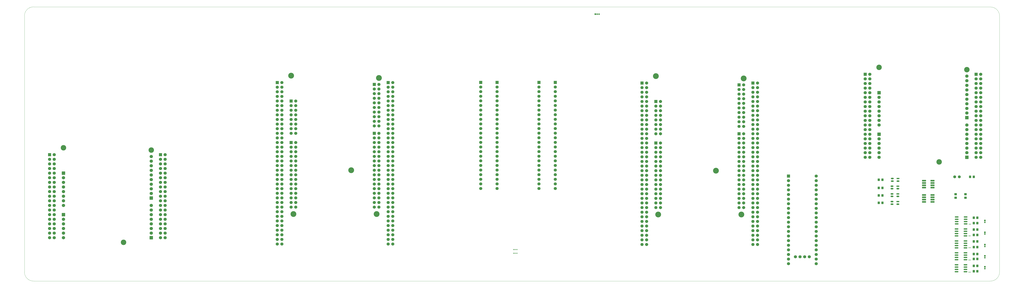
<source format=gbr>
%TF.GenerationSoftware,KiCad,Pcbnew,9.0.0+dfsg-1*%
%TF.CreationDate,2025-06-19T19:52:37-07:00*%
%TF.ProjectId,signalmesh,7369676e-616c-46d6-9573-682e6b696361,rev?*%
%TF.SameCoordinates,Original*%
%TF.FileFunction,Soldermask,Top*%
%TF.FilePolarity,Negative*%
%FSLAX46Y46*%
G04 Gerber Fmt 4.6, Leading zero omitted, Abs format (unit mm)*
G04 Created by KiCad (PCBNEW 9.0.0+dfsg-1) date 2025-06-19 19:52:37*
%MOMM*%
%LPD*%
G01*
G04 APERTURE LIST*
G04 Aperture macros list*
%AMRoundRect*
0 Rectangle with rounded corners*
0 $1 Rounding radius*
0 $2 $3 $4 $5 $6 $7 $8 $9 X,Y pos of 4 corners*
0 Add a 4 corners polygon primitive as box body*
4,1,4,$2,$3,$4,$5,$6,$7,$8,$9,$2,$3,0*
0 Add four circle primitives for the rounded corners*
1,1,$1+$1,$2,$3*
1,1,$1+$1,$4,$5*
1,1,$1+$1,$6,$7*
1,1,$1+$1,$8,$9*
0 Add four rect primitives between the rounded corners*
20,1,$1+$1,$2,$3,$4,$5,0*
20,1,$1+$1,$4,$5,$6,$7,0*
20,1,$1+$1,$6,$7,$8,$9,0*
20,1,$1+$1,$8,$9,$2,$3,0*%
G04 Aperture macros list end*
%ADD10RoundRect,0.250000X0.450000X-0.350000X0.450000X0.350000X-0.450000X0.350000X-0.450000X-0.350000X0*%
%ADD11RoundRect,0.100000X-0.130000X-0.100000X0.130000X-0.100000X0.130000X0.100000X-0.130000X0.100000X0*%
%ADD12RoundRect,0.250000X-0.350000X-0.450000X0.350000X-0.450000X0.350000X0.450000X-0.350000X0.450000X0*%
%ADD13RoundRect,0.150000X-0.825000X-0.150000X0.825000X-0.150000X0.825000X0.150000X-0.825000X0.150000X0*%
%ADD14C,1.600000*%
%ADD15C,0.850000*%
%ADD16R,0.850000X0.850000*%
%ADD17RoundRect,0.102000X-0.990600X-0.279400X0.990600X-0.279400X0.990600X0.279400X-0.990600X0.279400X0*%
%ADD18RoundRect,0.250000X0.350000X0.450000X-0.350000X0.450000X-0.350000X-0.450000X0.350000X-0.450000X0*%
%ADD19C,1.700000*%
%ADD20R,1.700000X1.700000*%
%ADD21R,1.600000X0.800000*%
%ADD22O,1.600000X0.800000*%
%ADD23C,3.200000*%
%ADD24RoundRect,0.102000X-0.754000X-0.754000X0.754000X-0.754000X0.754000X0.754000X-0.754000X0.754000X0*%
%ADD25C,1.712000*%
%ADD26R,0.350000X0.500000*%
%ADD27C,3.000000*%
%ADD28RoundRect,0.102000X-0.802500X-0.802500X0.802500X-0.802500X0.802500X0.802500X-0.802500X0.802500X0*%
%ADD29C,1.809000*%
%ADD30RoundRect,0.102000X-0.765000X-0.765000X0.765000X-0.765000X0.765000X0.765000X-0.765000X0.765000X0*%
%ADD31C,1.734000*%
%TA.AperFunction,Profile*%
%ADD32C,0.050000*%
%TD*%
G04 APERTURE END LIST*
D10*
%TO.C,R12*%
X546460000Y-153000000D03*
X546460000Y-155000000D03*
%TD*%
D11*
%TO.C,C3*%
X549045000Y-182500000D03*
X548405000Y-182500000D03*
%TD*%
D12*
%TO.C,R20*%
X553000000Y-172550000D03*
X551000000Y-172550000D03*
%TD*%
D13*
%TO.C,U11*%
X546475000Y-178750000D03*
X546475000Y-180020000D03*
X546475000Y-181290000D03*
X546475000Y-182560000D03*
X541525000Y-182560000D03*
X541525000Y-181290000D03*
X541525000Y-180020000D03*
X541525000Y-178750000D03*
%TD*%
D12*
%TO.C,R22*%
X553000000Y-179050000D03*
X551000000Y-179050000D03*
%TD*%
D11*
%TO.C,C1*%
X549221415Y-169509907D03*
X548581415Y-169509907D03*
%TD*%
%TO.C,C5*%
X548405000Y-196000000D03*
X549045000Y-196000000D03*
%TD*%
%TO.C,C2*%
X549002256Y-175997123D03*
X548362256Y-175997123D03*
%TD*%
D13*
%TO.C,U10*%
X546475000Y-172170000D03*
X546475000Y-173440000D03*
X546475000Y-174710000D03*
X546475000Y-175980000D03*
X541525000Y-175980000D03*
X541525000Y-174710000D03*
X541525000Y-173440000D03*
X541525000Y-172170000D03*
%TD*%
D14*
%TO.C,TH1*%
X540500000Y-143500000D03*
X543040000Y-143500000D03*
%TD*%
D13*
%TO.C,U13*%
X546475000Y-191910000D03*
X546475000Y-193180000D03*
X546475000Y-194450000D03*
X546475000Y-195720000D03*
X541525000Y-195720000D03*
X541525000Y-194450000D03*
X541525000Y-193180000D03*
X541525000Y-191910000D03*
%TD*%
D12*
%TO.C,R14*%
X553000000Y-168950000D03*
X551000000Y-168950000D03*
%TD*%
D15*
%TO.C,J5*%
X557125000Y-168500000D03*
D16*
X557125000Y-167500000D03*
%TD*%
D12*
%TO.C,R21*%
X553000000Y-175500000D03*
X551000000Y-175500000D03*
%TD*%
D15*
%TO.C,J11*%
X557125000Y-194000000D03*
D16*
X557125000Y-193000000D03*
%TD*%
D15*
%TO.C,J6*%
X557125000Y-175000000D03*
D16*
X557125000Y-174000000D03*
%TD*%
D15*
%TO.C,J10*%
X557125000Y-188000000D03*
D16*
X557125000Y-187000000D03*
%TD*%
D12*
%TO.C,R24*%
X553000000Y-182150000D03*
X551000000Y-182150000D03*
%TD*%
D13*
%TO.C,U12*%
X546475000Y-185330000D03*
X546475000Y-186600000D03*
X546475000Y-187870000D03*
X546475000Y-189140000D03*
X541525000Y-189140000D03*
X541525000Y-187870000D03*
X541525000Y-186600000D03*
X541525000Y-185330000D03*
%TD*%
D11*
%TO.C,C4*%
X549045000Y-189250000D03*
X548405000Y-189250000D03*
%TD*%
D17*
%TO.C,U5*%
X528362200Y-153500000D03*
X528362200Y-154770000D03*
X528362200Y-156040000D03*
X528362200Y-157310000D03*
X523637800Y-157310000D03*
X523637800Y-156040000D03*
X523637800Y-154770000D03*
X523637800Y-153500000D03*
%TD*%
D12*
%TO.C,R26*%
X553000000Y-192500000D03*
X551000000Y-192500000D03*
%TD*%
%TO.C,R23*%
X553000000Y-186000000D03*
X551000000Y-186000000D03*
%TD*%
%TO.C,R28*%
X553000000Y-195450000D03*
X551000000Y-195450000D03*
%TD*%
D17*
%TO.C,U8*%
X528362200Y-145595000D03*
X528362200Y-146865000D03*
X528362200Y-148135000D03*
X528362200Y-149405000D03*
X523637800Y-149405000D03*
X523637800Y-148135000D03*
X523637800Y-146865000D03*
X523637800Y-145595000D03*
%TD*%
D12*
%TO.C,R13*%
X553000000Y-166000000D03*
X551000000Y-166000000D03*
%TD*%
%TO.C,R25*%
X553000000Y-188650000D03*
X551000000Y-188650000D03*
%TD*%
D15*
%TO.C,J7*%
X557125000Y-181845000D03*
D16*
X557125000Y-180845000D03*
%TD*%
D10*
%TO.C,R11*%
X541000000Y-153000000D03*
X541000000Y-155000000D03*
%TD*%
D18*
%TO.C,R19*%
X549000000Y-143500000D03*
X551000000Y-143500000D03*
%TD*%
D13*
%TO.C,U7*%
X546545000Y-165595000D03*
X546545000Y-166865000D03*
X546545000Y-168135000D03*
X546545000Y-169405000D03*
X541595000Y-169405000D03*
X541595000Y-168135000D03*
X541595000Y-166865000D03*
X541595000Y-165595000D03*
%TD*%
D15*
%TO.C,J4*%
X345000000Y-53875000D03*
X344000000Y-53875000D03*
D16*
X343000000Y-53875000D03*
%TD*%
D19*
%TO.C,U4*%
X453000000Y-187500000D03*
X455540000Y-187500000D03*
X458080000Y-187500000D03*
X460620000Y-187500000D03*
X464428000Y-143051000D03*
X464428000Y-145591000D03*
X464428000Y-148131000D03*
X464428000Y-150671000D03*
X464428000Y-153211000D03*
X464428000Y-155751000D03*
X464428000Y-158291000D03*
X464428000Y-160831000D03*
X464428000Y-163371000D03*
X464428000Y-165911000D03*
X464428000Y-168451000D03*
X464428000Y-170991000D03*
X464428000Y-173531000D03*
X464428000Y-176071000D03*
X464428000Y-178611000D03*
X464428000Y-181151000D03*
X464428000Y-183691000D03*
X464428000Y-186231000D03*
X464428000Y-188771000D03*
X464428000Y-191311000D03*
X449188000Y-191311000D03*
X449188000Y-188771000D03*
X449188000Y-186231000D03*
X449188000Y-183691000D03*
X449188000Y-181151000D03*
X449188000Y-178611000D03*
X449188000Y-176071000D03*
X449188000Y-173531000D03*
X449188000Y-170991000D03*
X449188000Y-168451000D03*
X449188000Y-165911000D03*
X449188000Y-163371000D03*
X449188000Y-160831000D03*
X449188000Y-158291000D03*
X449188000Y-155751000D03*
X449188000Y-153211000D03*
X449188000Y-150671000D03*
X449188000Y-148131000D03*
X449188000Y-145591000D03*
D20*
X449188000Y-143051000D03*
%TD*%
D21*
%TO.C,D2*%
X509300000Y-148600000D03*
D22*
X506100000Y-148600000D03*
X509300000Y-150000000D03*
X506100000Y-150000000D03*
%TD*%
D18*
%TO.C,R17*%
X500800000Y-149600000D03*
X498800000Y-149600000D03*
%TD*%
%TO.C,R16*%
X500800000Y-145100000D03*
X498800000Y-145100000D03*
%TD*%
D23*
%TO.C,U1*%
X175740000Y-87730000D03*
X177010000Y-163930000D03*
X208760000Y-139800000D03*
X222730000Y-163930000D03*
X224000000Y-89000000D03*
D24*
X221460000Y-92556000D03*
D25*
X224000000Y-92556000D03*
X221460000Y-95096000D03*
X224000000Y-95096000D03*
X221460000Y-97636000D03*
X224000000Y-97636000D03*
X221460000Y-100176000D03*
X224000000Y-100176000D03*
X221460000Y-102716000D03*
X224000000Y-102716000D03*
X221460000Y-105256000D03*
X224000000Y-105256000D03*
X221460000Y-107796000D03*
X224000000Y-107796000D03*
X221460000Y-110336000D03*
X224000000Y-110336000D03*
X221460000Y-112876000D03*
X224000000Y-112876000D03*
X221460000Y-115416000D03*
X224000000Y-115416000D03*
D24*
X175740000Y-101700000D03*
D25*
X178280000Y-101700000D03*
X175740000Y-104240000D03*
X178280000Y-104240000D03*
X175740000Y-106780000D03*
X178280000Y-106780000D03*
X175740000Y-109320000D03*
X178280000Y-109320000D03*
X175740000Y-111860000D03*
X178280000Y-111860000D03*
X175740000Y-114400000D03*
X178280000Y-114400000D03*
X175740000Y-116940000D03*
X178280000Y-116940000D03*
X175740000Y-119480000D03*
X178280000Y-119480000D03*
D24*
X175740000Y-124560000D03*
D25*
X178280000Y-124560000D03*
X175740000Y-127100000D03*
X178280000Y-127100000D03*
X175740000Y-129640000D03*
X178280000Y-129640000D03*
X175740000Y-132180000D03*
X178280000Y-132180000D03*
X175740000Y-134720000D03*
X178280000Y-134720000D03*
X175740000Y-137260000D03*
X178280000Y-137260000D03*
X175740000Y-139800000D03*
X178280000Y-139800000D03*
X175740000Y-142340000D03*
X178280000Y-142340000D03*
X175740000Y-144880000D03*
X178280000Y-144880000D03*
X175740000Y-147420000D03*
X178280000Y-147420000D03*
X175740000Y-149960000D03*
X178280000Y-149960000D03*
X175740000Y-152500000D03*
X178280000Y-152500000D03*
X175740000Y-155040000D03*
X178280000Y-155040000D03*
X175740000Y-157580000D03*
X178280000Y-157580000D03*
X175740000Y-160120000D03*
X178280000Y-160120000D03*
D24*
X221460000Y-119480000D03*
D25*
X224000000Y-119480000D03*
X221460000Y-122020000D03*
X224000000Y-122020000D03*
X221460000Y-124560000D03*
X224000000Y-124560000D03*
X221460000Y-127100000D03*
X224000000Y-127100000D03*
X221460000Y-129640000D03*
X224000000Y-129640000D03*
X221460000Y-132180000D03*
X224000000Y-132180000D03*
X221460000Y-134720000D03*
X224000000Y-134720000D03*
X221460000Y-137260000D03*
X224000000Y-137260000D03*
X221460000Y-139800000D03*
X224000000Y-139800000D03*
X221460000Y-142340000D03*
X224000000Y-142340000D03*
X221460000Y-144880000D03*
X224000000Y-144880000D03*
X221460000Y-147420000D03*
X224000000Y-147420000D03*
X221460000Y-149960000D03*
X224000000Y-149960000D03*
X221460000Y-152500000D03*
X224000000Y-152500000D03*
X221460000Y-155040000D03*
X224000000Y-155040000D03*
X221460000Y-157580000D03*
X224000000Y-157580000D03*
X221460000Y-160120000D03*
X224000000Y-160120000D03*
D24*
X168120000Y-91540000D03*
D25*
X170660000Y-91540000D03*
X168120000Y-94080000D03*
X170660000Y-94080000D03*
X168120000Y-96620000D03*
X170660000Y-96620000D03*
X168120000Y-99160000D03*
X170660000Y-99160000D03*
X168120000Y-101700000D03*
X170660000Y-101700000D03*
X168120000Y-104240000D03*
X170660000Y-104240000D03*
X168120000Y-106780000D03*
X170660000Y-106780000D03*
X168120000Y-109320000D03*
X170660000Y-109320000D03*
X168120000Y-111860000D03*
X170660000Y-111860000D03*
X168120000Y-114400000D03*
X170660000Y-114400000D03*
X168120000Y-116940000D03*
X170660000Y-116940000D03*
X168120000Y-119480000D03*
X170660000Y-119480000D03*
X168120000Y-122020000D03*
X170660000Y-122020000D03*
X168120000Y-124560000D03*
X170660000Y-124560000D03*
X168120000Y-127100000D03*
X170660000Y-127100000D03*
X168120000Y-129640000D03*
X170660000Y-129640000D03*
X168120000Y-132180000D03*
X170660000Y-132180000D03*
X168120000Y-134720000D03*
X170660000Y-134720000D03*
X168120000Y-137260000D03*
X170660000Y-137260000D03*
X168120000Y-139800000D03*
X170660000Y-139800000D03*
X168120000Y-142340000D03*
X170660000Y-142340000D03*
X168120000Y-144880000D03*
X170660000Y-144880000D03*
X168120000Y-147420000D03*
X170660000Y-147420000D03*
X168120000Y-149960000D03*
X170660000Y-149960000D03*
X168120000Y-152500000D03*
X170660000Y-152500000D03*
X168120000Y-155040000D03*
X170660000Y-155040000D03*
X168120000Y-157580000D03*
X170660000Y-157580000D03*
X168120000Y-160120000D03*
X170660000Y-160120000D03*
X168120000Y-162660000D03*
X170660000Y-162660000D03*
X168120000Y-165200000D03*
X170660000Y-165200000D03*
X168120000Y-167740000D03*
X170660000Y-167740000D03*
X168120000Y-170280000D03*
X170660000Y-170280000D03*
X168120000Y-172820000D03*
X170660000Y-172820000D03*
X168120000Y-175360000D03*
X170660000Y-175360000D03*
X168120000Y-177900000D03*
X170660000Y-177900000D03*
X168120000Y-180440000D03*
X170660000Y-180440000D03*
D24*
X229080000Y-91560000D03*
D25*
X231620000Y-91560000D03*
X229080000Y-94100000D03*
X231620000Y-94100000D03*
X229080000Y-96640000D03*
X231620000Y-96640000D03*
X229080000Y-99180000D03*
X231620000Y-99180000D03*
X229080000Y-101720000D03*
X231620000Y-101720000D03*
X229080000Y-104260000D03*
X231620000Y-104260000D03*
X229080000Y-106800000D03*
X231620000Y-106800000D03*
X229080000Y-109340000D03*
X231620000Y-109340000D03*
X229080000Y-111880000D03*
X231620000Y-111880000D03*
X229080000Y-114420000D03*
X231620000Y-114420000D03*
X229080000Y-116960000D03*
X231620000Y-116960000D03*
X229080000Y-119500000D03*
X231620000Y-119500000D03*
X229080000Y-122040000D03*
X231620000Y-122040000D03*
X229080000Y-124580000D03*
X231620000Y-124580000D03*
X229080000Y-127120000D03*
X231620000Y-127120000D03*
X229080000Y-129660000D03*
X231620000Y-129660000D03*
X229080000Y-132200000D03*
X231620000Y-132200000D03*
X229080000Y-134740000D03*
X231620000Y-134740000D03*
X229080000Y-137280000D03*
X231620000Y-137280000D03*
X229080000Y-139820000D03*
X231620000Y-139820000D03*
X229080000Y-142360000D03*
X231620000Y-142360000D03*
X229080000Y-144900000D03*
X231620000Y-144900000D03*
X229080000Y-147440000D03*
X231620000Y-147440000D03*
X229080000Y-149980000D03*
X231620000Y-149980000D03*
X229080000Y-152520000D03*
X231620000Y-152520000D03*
X229080000Y-155060000D03*
X231620000Y-155060000D03*
X229080000Y-157600000D03*
X231620000Y-157600000D03*
X229080000Y-160140000D03*
X231620000Y-160140000D03*
X229080000Y-162680000D03*
X231620000Y-162680000D03*
X229080000Y-165220000D03*
X231620000Y-165220000D03*
X229080000Y-167760000D03*
X231620000Y-167760000D03*
X229080000Y-170300000D03*
X231620000Y-170300000D03*
X229080000Y-172840000D03*
X231620000Y-172840000D03*
X229080000Y-175380000D03*
X231620000Y-175380000D03*
X229080000Y-177920000D03*
X231620000Y-177920000D03*
X229080000Y-180460000D03*
X231620000Y-180460000D03*
%TD*%
D26*
%TO.C,U6*%
X298000000Y-183500000D03*
X298650000Y-183500000D03*
X299300000Y-183500000D03*
X299950000Y-183500000D03*
X299950000Y-185550000D03*
X299300000Y-185550000D03*
X298650000Y-185550000D03*
X298000000Y-185550000D03*
%TD*%
D20*
%TO.C,J9*%
X321000000Y-91460000D03*
D19*
X321000000Y-94000000D03*
X321000000Y-96540000D03*
X321000000Y-99080000D03*
X321000000Y-101620000D03*
X321000000Y-104160000D03*
X321000000Y-106700000D03*
X321000000Y-109240000D03*
X321000000Y-111780000D03*
X321000000Y-114320000D03*
X321000000Y-116860000D03*
X321000000Y-119400000D03*
X321000000Y-121940000D03*
X321000000Y-124480000D03*
X321000000Y-127020000D03*
X321000000Y-129560000D03*
X321000000Y-132100000D03*
X321000000Y-134640000D03*
X321000000Y-137180000D03*
X321000000Y-139720000D03*
X321000000Y-142260000D03*
X321000000Y-144800000D03*
X321000000Y-147340000D03*
X321000000Y-149880000D03*
%TD*%
D21*
%TO.C,D4*%
X509300000Y-157100000D03*
D22*
X506100000Y-157100000D03*
X509300000Y-158500000D03*
X506100000Y-158500000D03*
%TD*%
D20*
%TO.C,J1*%
X289000000Y-91500000D03*
D19*
X289000000Y-94040000D03*
X289000000Y-96580000D03*
X289000000Y-99120000D03*
X289000000Y-101660000D03*
X289000000Y-104200000D03*
X289000000Y-106740000D03*
X289000000Y-109280000D03*
X289000000Y-111820000D03*
X289000000Y-114360000D03*
X289000000Y-116900000D03*
X289000000Y-119440000D03*
X289000000Y-121980000D03*
X289000000Y-124520000D03*
X289000000Y-127060000D03*
X289000000Y-129600000D03*
X289000000Y-132140000D03*
X289000000Y-134680000D03*
X289000000Y-137220000D03*
X289000000Y-139760000D03*
X289000000Y-142300000D03*
X289000000Y-144840000D03*
X289000000Y-147380000D03*
X289000000Y-149920000D03*
%TD*%
D18*
%TO.C,R18*%
X500800000Y-153740000D03*
X498800000Y-153740000D03*
%TD*%
D20*
%TO.C,J8*%
X280000000Y-91500000D03*
D19*
X280000000Y-94040000D03*
X280000000Y-96580000D03*
X280000000Y-99120000D03*
X280000000Y-101660000D03*
X280000000Y-104200000D03*
X280000000Y-106740000D03*
X280000000Y-109280000D03*
X280000000Y-111820000D03*
X280000000Y-114360000D03*
X280000000Y-116900000D03*
X280000000Y-119440000D03*
X280000000Y-121980000D03*
X280000000Y-124520000D03*
X280000000Y-127060000D03*
X280000000Y-129600000D03*
X280000000Y-132140000D03*
X280000000Y-134680000D03*
X280000000Y-137220000D03*
X280000000Y-139760000D03*
X280000000Y-142300000D03*
X280000000Y-144840000D03*
X280000000Y-147380000D03*
X280000000Y-149920000D03*
%TD*%
D18*
%TO.C,R15*%
X500800000Y-157740000D03*
X498800000Y-157740000D03*
%TD*%
D21*
%TO.C,D3*%
X509300000Y-152845100D03*
D22*
X506100000Y-152845100D03*
X509300000Y-154245100D03*
X506100000Y-154245100D03*
%TD*%
D20*
%TO.C,J2*%
X312000000Y-91500000D03*
D19*
X312000000Y-94040000D03*
X312000000Y-96580000D03*
X312000000Y-99120000D03*
X312000000Y-101660000D03*
X312000000Y-104200000D03*
X312000000Y-106740000D03*
X312000000Y-109280000D03*
X312000000Y-111820000D03*
X312000000Y-114360000D03*
X312000000Y-116900000D03*
X312000000Y-119440000D03*
X312000000Y-121980000D03*
X312000000Y-124520000D03*
X312000000Y-127060000D03*
X312000000Y-129600000D03*
X312000000Y-132140000D03*
X312000000Y-134680000D03*
X312000000Y-137220000D03*
X312000000Y-139760000D03*
X312000000Y-142300000D03*
X312000000Y-144840000D03*
X312000000Y-147380000D03*
X312000000Y-149920000D03*
%TD*%
D27*
%TO.C,U9*%
X498980000Y-83190000D03*
X532000000Y-135260000D03*
X547240000Y-84460000D03*
D28*
X547240000Y-110880000D03*
D29*
X547240000Y-108340000D03*
X547240000Y-105800000D03*
X547240000Y-103260000D03*
X547240000Y-100720000D03*
X547240000Y-98180000D03*
X547240000Y-95640000D03*
X547240000Y-93100000D03*
X547240000Y-90560000D03*
X547240000Y-88020000D03*
D28*
X498980000Y-97160000D03*
D29*
X498980000Y-99700000D03*
X498980000Y-102240000D03*
X498980000Y-104780000D03*
X498980000Y-107320000D03*
X498980000Y-109860000D03*
X498980000Y-112400000D03*
X498980000Y-114940000D03*
D30*
X491360000Y-87000000D03*
D31*
X493900000Y-87000000D03*
X491360000Y-89540000D03*
X493900000Y-89540000D03*
X491360000Y-92080000D03*
X493900000Y-92080000D03*
X491360000Y-94620000D03*
X493900000Y-94620000D03*
X491360000Y-97160000D03*
X493900000Y-97160000D03*
X491360000Y-99700000D03*
X493900000Y-99700000D03*
X491360000Y-102240000D03*
X493900000Y-102240000D03*
X491360000Y-104780000D03*
X493900000Y-104780000D03*
X491360000Y-107320000D03*
X493900000Y-107320000D03*
X491360000Y-109860000D03*
X493900000Y-109860000D03*
X491360000Y-112400000D03*
X493900000Y-112400000D03*
X491360000Y-114940000D03*
X493900000Y-114940000D03*
X491360000Y-117480000D03*
X493900000Y-117480000D03*
X491360000Y-120020000D03*
X493900000Y-120020000D03*
X491360000Y-122560000D03*
X493900000Y-122560000D03*
X491360000Y-125100000D03*
X493900000Y-125100000D03*
X491360000Y-127640000D03*
X493900000Y-127640000D03*
X491360000Y-130180000D03*
X493900000Y-130180000D03*
X491360000Y-132720000D03*
X493900000Y-132720000D03*
D28*
X498980000Y-120020000D03*
D29*
X498980000Y-122560000D03*
X498980000Y-125100000D03*
X498980000Y-127640000D03*
X498980000Y-130180000D03*
X498980000Y-132720000D03*
D28*
X547240000Y-132720000D03*
D29*
X547240000Y-130180000D03*
X547240000Y-127640000D03*
X547240000Y-125100000D03*
X547240000Y-122560000D03*
X547240000Y-120020000D03*
X547240000Y-117480000D03*
X547240000Y-114940000D03*
D30*
X552320000Y-87000000D03*
D31*
X554860000Y-87000000D03*
X552320000Y-89540000D03*
X554860000Y-89540000D03*
X552320000Y-92080000D03*
X554860000Y-92080000D03*
X552320000Y-94620000D03*
X554860000Y-94620000D03*
X552320000Y-97160000D03*
X554860000Y-97160000D03*
X552320000Y-99700000D03*
X554860000Y-99700000D03*
X552320000Y-102240000D03*
X554860000Y-102240000D03*
X552320000Y-104780000D03*
X554860000Y-104780000D03*
X552320000Y-107320000D03*
X554860000Y-107320000D03*
X552320000Y-109860000D03*
X554860000Y-109860000D03*
X552320000Y-112400000D03*
X554860000Y-112400000D03*
X552320000Y-114940000D03*
X554860000Y-114940000D03*
X552320000Y-117480000D03*
X554860000Y-117480000D03*
X552320000Y-120020000D03*
X554860000Y-120020000D03*
X552320000Y-122560000D03*
X554860000Y-122560000D03*
X552320000Y-125100000D03*
X554860000Y-125100000D03*
X552320000Y-127640000D03*
X554860000Y-127640000D03*
X552320000Y-130180000D03*
X554860000Y-130180000D03*
X552320000Y-132720000D03*
X554860000Y-132720000D03*
%TD*%
D27*
%TO.C,U3*%
X50620000Y-127470000D03*
X83640000Y-179540000D03*
X98880000Y-128740000D03*
D28*
X98880000Y-155160000D03*
D29*
X98880000Y-152620000D03*
X98880000Y-150080000D03*
X98880000Y-147540000D03*
X98880000Y-145000000D03*
X98880000Y-142460000D03*
X98880000Y-139920000D03*
X98880000Y-137380000D03*
X98880000Y-134840000D03*
X98880000Y-132300000D03*
D28*
X50620000Y-141440000D03*
D29*
X50620000Y-143980000D03*
X50620000Y-146520000D03*
X50620000Y-149060000D03*
X50620000Y-151600000D03*
X50620000Y-154140000D03*
X50620000Y-156680000D03*
X50620000Y-159220000D03*
D30*
X43000000Y-131280000D03*
D31*
X45540000Y-131280000D03*
X43000000Y-133820000D03*
X45540000Y-133820000D03*
X43000000Y-136360000D03*
X45540000Y-136360000D03*
X43000000Y-138900000D03*
X45540000Y-138900000D03*
X43000000Y-141440000D03*
X45540000Y-141440000D03*
X43000000Y-143980000D03*
X45540000Y-143980000D03*
X43000000Y-146520000D03*
X45540000Y-146520000D03*
X43000000Y-149060000D03*
X45540000Y-149060000D03*
X43000000Y-151600000D03*
X45540000Y-151600000D03*
X43000000Y-154140000D03*
X45540000Y-154140000D03*
X43000000Y-156680000D03*
X45540000Y-156680000D03*
X43000000Y-159220000D03*
X45540000Y-159220000D03*
X43000000Y-161760000D03*
X45540000Y-161760000D03*
X43000000Y-164300000D03*
X45540000Y-164300000D03*
X43000000Y-166840000D03*
X45540000Y-166840000D03*
X43000000Y-169380000D03*
X45540000Y-169380000D03*
X43000000Y-171920000D03*
X45540000Y-171920000D03*
X43000000Y-174460000D03*
X45540000Y-174460000D03*
X43000000Y-177000000D03*
X45540000Y-177000000D03*
D28*
X50620000Y-164300000D03*
D29*
X50620000Y-166840000D03*
X50620000Y-169380000D03*
X50620000Y-171920000D03*
X50620000Y-174460000D03*
X50620000Y-177000000D03*
D28*
X98880000Y-177000000D03*
D29*
X98880000Y-174460000D03*
X98880000Y-171920000D03*
X98880000Y-169380000D03*
X98880000Y-166840000D03*
X98880000Y-164300000D03*
X98880000Y-161760000D03*
X98880000Y-159220000D03*
D30*
X103960000Y-131280000D03*
D31*
X106500000Y-131280000D03*
X103960000Y-133820000D03*
X106500000Y-133820000D03*
X103960000Y-136360000D03*
X106500000Y-136360000D03*
X103960000Y-138900000D03*
X106500000Y-138900000D03*
X103960000Y-141440000D03*
X106500000Y-141440000D03*
X103960000Y-143980000D03*
X106500000Y-143980000D03*
X103960000Y-146520000D03*
X106500000Y-146520000D03*
X103960000Y-149060000D03*
X106500000Y-149060000D03*
X103960000Y-151600000D03*
X106500000Y-151600000D03*
X103960000Y-154140000D03*
X106500000Y-154140000D03*
X103960000Y-156680000D03*
X106500000Y-156680000D03*
X103960000Y-159220000D03*
X106500000Y-159220000D03*
X103960000Y-161760000D03*
X106500000Y-161760000D03*
X103960000Y-164300000D03*
X106500000Y-164300000D03*
X103960000Y-166840000D03*
X106500000Y-166840000D03*
X103960000Y-169380000D03*
X106500000Y-169380000D03*
X103960000Y-171920000D03*
X106500000Y-171920000D03*
X103960000Y-174460000D03*
X106500000Y-174460000D03*
X103960000Y-177000000D03*
X106500000Y-177000000D03*
%TD*%
D21*
%TO.C,D1*%
X509400000Y-144400000D03*
D22*
X506200000Y-144400000D03*
X509400000Y-145800000D03*
X506200000Y-145800000D03*
%TD*%
D23*
%TO.C,U2*%
X376240000Y-88030000D03*
X377510000Y-164230000D03*
X409260000Y-140100000D03*
X423230000Y-164230000D03*
X424500000Y-89300000D03*
D24*
X421960000Y-92856000D03*
D25*
X424500000Y-92856000D03*
X421960000Y-95396000D03*
X424500000Y-95396000D03*
X421960000Y-97936000D03*
X424500000Y-97936000D03*
X421960000Y-100476000D03*
X424500000Y-100476000D03*
X421960000Y-103016000D03*
X424500000Y-103016000D03*
X421960000Y-105556000D03*
X424500000Y-105556000D03*
X421960000Y-108096000D03*
X424500000Y-108096000D03*
X421960000Y-110636000D03*
X424500000Y-110636000D03*
X421960000Y-113176000D03*
X424500000Y-113176000D03*
X421960000Y-115716000D03*
X424500000Y-115716000D03*
D24*
X376240000Y-102000000D03*
D25*
X378780000Y-102000000D03*
X376240000Y-104540000D03*
X378780000Y-104540000D03*
X376240000Y-107080000D03*
X378780000Y-107080000D03*
X376240000Y-109620000D03*
X378780000Y-109620000D03*
X376240000Y-112160000D03*
X378780000Y-112160000D03*
X376240000Y-114700000D03*
X378780000Y-114700000D03*
X376240000Y-117240000D03*
X378780000Y-117240000D03*
X376240000Y-119780000D03*
X378780000Y-119780000D03*
D24*
X376240000Y-124860000D03*
D25*
X378780000Y-124860000D03*
X376240000Y-127400000D03*
X378780000Y-127400000D03*
X376240000Y-129940000D03*
X378780000Y-129940000D03*
X376240000Y-132480000D03*
X378780000Y-132480000D03*
X376240000Y-135020000D03*
X378780000Y-135020000D03*
X376240000Y-137560000D03*
X378780000Y-137560000D03*
X376240000Y-140100000D03*
X378780000Y-140100000D03*
X376240000Y-142640000D03*
X378780000Y-142640000D03*
X376240000Y-145180000D03*
X378780000Y-145180000D03*
X376240000Y-147720000D03*
X378780000Y-147720000D03*
X376240000Y-150260000D03*
X378780000Y-150260000D03*
X376240000Y-152800000D03*
X378780000Y-152800000D03*
X376240000Y-155340000D03*
X378780000Y-155340000D03*
X376240000Y-157880000D03*
X378780000Y-157880000D03*
X376240000Y-160420000D03*
X378780000Y-160420000D03*
D24*
X421960000Y-119780000D03*
D25*
X424500000Y-119780000D03*
X421960000Y-122320000D03*
X424500000Y-122320000D03*
X421960000Y-124860000D03*
X424500000Y-124860000D03*
X421960000Y-127400000D03*
X424500000Y-127400000D03*
X421960000Y-129940000D03*
X424500000Y-129940000D03*
X421960000Y-132480000D03*
X424500000Y-132480000D03*
X421960000Y-135020000D03*
X424500000Y-135020000D03*
X421960000Y-137560000D03*
X424500000Y-137560000D03*
X421960000Y-140100000D03*
X424500000Y-140100000D03*
X421960000Y-142640000D03*
X424500000Y-142640000D03*
X421960000Y-145180000D03*
X424500000Y-145180000D03*
X421960000Y-147720000D03*
X424500000Y-147720000D03*
X421960000Y-150260000D03*
X424500000Y-150260000D03*
X421960000Y-152800000D03*
X424500000Y-152800000D03*
X421960000Y-155340000D03*
X424500000Y-155340000D03*
X421960000Y-157880000D03*
X424500000Y-157880000D03*
X421960000Y-160420000D03*
X424500000Y-160420000D03*
D24*
X368620000Y-91840000D03*
D25*
X371160000Y-91840000D03*
X368620000Y-94380000D03*
X371160000Y-94380000D03*
X368620000Y-96920000D03*
X371160000Y-96920000D03*
X368620000Y-99460000D03*
X371160000Y-99460000D03*
X368620000Y-102000000D03*
X371160000Y-102000000D03*
X368620000Y-104540000D03*
X371160000Y-104540000D03*
X368620000Y-107080000D03*
X371160000Y-107080000D03*
X368620000Y-109620000D03*
X371160000Y-109620000D03*
X368620000Y-112160000D03*
X371160000Y-112160000D03*
X368620000Y-114700000D03*
X371160000Y-114700000D03*
X368620000Y-117240000D03*
X371160000Y-117240000D03*
X368620000Y-119780000D03*
X371160000Y-119780000D03*
X368620000Y-122320000D03*
X371160000Y-122320000D03*
X368620000Y-124860000D03*
X371160000Y-124860000D03*
X368620000Y-127400000D03*
X371160000Y-127400000D03*
X368620000Y-129940000D03*
X371160000Y-129940000D03*
X368620000Y-132480000D03*
X371160000Y-132480000D03*
X368620000Y-135020000D03*
X371160000Y-135020000D03*
X368620000Y-137560000D03*
X371160000Y-137560000D03*
X368620000Y-140100000D03*
X371160000Y-140100000D03*
X368620000Y-142640000D03*
X371160000Y-142640000D03*
X368620000Y-145180000D03*
X371160000Y-145180000D03*
X368620000Y-147720000D03*
X371160000Y-147720000D03*
X368620000Y-150260000D03*
X371160000Y-150260000D03*
X368620000Y-152800000D03*
X371160000Y-152800000D03*
X368620000Y-155340000D03*
X371160000Y-155340000D03*
X368620000Y-157880000D03*
X371160000Y-157880000D03*
X368620000Y-160420000D03*
X371160000Y-160420000D03*
X368620000Y-162960000D03*
X371160000Y-162960000D03*
X368620000Y-165500000D03*
X371160000Y-165500000D03*
X368620000Y-168040000D03*
X371160000Y-168040000D03*
X368620000Y-170580000D03*
X371160000Y-170580000D03*
X368620000Y-173120000D03*
X371160000Y-173120000D03*
X368620000Y-175660000D03*
X371160000Y-175660000D03*
X368620000Y-178200000D03*
X371160000Y-178200000D03*
X368620000Y-180740000D03*
X371160000Y-180740000D03*
D24*
X429580000Y-91860000D03*
D25*
X432120000Y-91860000D03*
X429580000Y-94400000D03*
X432120000Y-94400000D03*
X429580000Y-96940000D03*
X432120000Y-96940000D03*
X429580000Y-99480000D03*
X432120000Y-99480000D03*
X429580000Y-102020000D03*
X432120000Y-102020000D03*
X429580000Y-104560000D03*
X432120000Y-104560000D03*
X429580000Y-107100000D03*
X432120000Y-107100000D03*
X429580000Y-109640000D03*
X432120000Y-109640000D03*
X429580000Y-112180000D03*
X432120000Y-112180000D03*
X429580000Y-114720000D03*
X432120000Y-114720000D03*
X429580000Y-117260000D03*
X432120000Y-117260000D03*
X429580000Y-119800000D03*
X432120000Y-119800000D03*
X429580000Y-122340000D03*
X432120000Y-122340000D03*
X429580000Y-124880000D03*
X432120000Y-124880000D03*
X429580000Y-127420000D03*
X432120000Y-127420000D03*
X429580000Y-129960000D03*
X432120000Y-129960000D03*
X429580000Y-132500000D03*
X432120000Y-132500000D03*
X429580000Y-135040000D03*
X432120000Y-135040000D03*
X429580000Y-137580000D03*
X432120000Y-137580000D03*
X429580000Y-140120000D03*
X432120000Y-140120000D03*
X429580000Y-142660000D03*
X432120000Y-142660000D03*
X429580000Y-145200000D03*
X432120000Y-145200000D03*
X429580000Y-147740000D03*
X432120000Y-147740000D03*
X429580000Y-150280000D03*
X432120000Y-150280000D03*
X429580000Y-152820000D03*
X432120000Y-152820000D03*
X429580000Y-155360000D03*
X432120000Y-155360000D03*
X429580000Y-157900000D03*
X432120000Y-157900000D03*
X429580000Y-160440000D03*
X432120000Y-160440000D03*
X429580000Y-162980000D03*
X432120000Y-162980000D03*
X429580000Y-165520000D03*
X432120000Y-165520000D03*
X429580000Y-168060000D03*
X432120000Y-168060000D03*
X429580000Y-170600000D03*
X432120000Y-170600000D03*
X429580000Y-173140000D03*
X432120000Y-173140000D03*
X429580000Y-175680000D03*
X432120000Y-175680000D03*
X429580000Y-178220000D03*
X432120000Y-178220000D03*
X429580000Y-180760000D03*
X432120000Y-180760000D03*
%TD*%
D32*
X34180000Y-200880000D02*
G75*
G02*
X29180000Y-195880000I0J5000000D01*
G01*
X29180000Y-195880000D02*
X29180000Y-54880000D01*
X34180000Y-49880000D02*
X560180000Y-49951068D01*
X560180000Y-200880000D02*
X34180000Y-200880000D01*
X565180000Y-195880000D02*
G75*
G02*
X560180000Y-200880000I-5000000J0D01*
G01*
X565180000Y-54951068D02*
X565180000Y-195880000D01*
X29180000Y-54880000D02*
G75*
G02*
X34180000Y-49880000I5000000J0D01*
G01*
X560180000Y-49951068D02*
G75*
G02*
X565180032Y-54951068I0J-5000032D01*
G01*
M02*

</source>
